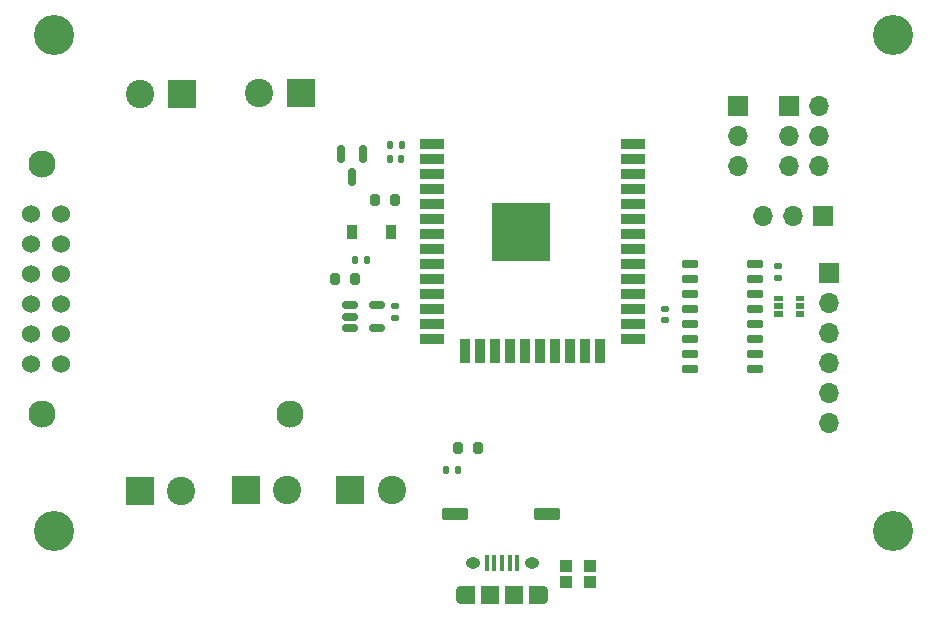
<source format=gbr>
%TF.GenerationSoftware,KiCad,Pcbnew,(6.0.0-0)*%
%TF.CreationDate,2022-09-02T10:43:54-04:00*%
%TF.ProjectId,Dome_Controller,446f6d65-5f43-46f6-9e74-726f6c6c6572,rev?*%
%TF.SameCoordinates,Original*%
%TF.FileFunction,Soldermask,Top*%
%TF.FilePolarity,Negative*%
%FSLAX46Y46*%
G04 Gerber Fmt 4.6, Leading zero omitted, Abs format (unit mm)*
G04 Created by KiCad (PCBNEW (6.0.0-0)) date 2022-09-02 10:43:54*
%MOMM*%
%LPD*%
G01*
G04 APERTURE LIST*
G04 Aperture macros list*
%AMRoundRect*
0 Rectangle with rounded corners*
0 $1 Rounding radius*
0 $2 $3 $4 $5 $6 $7 $8 $9 X,Y pos of 4 corners*
0 Add a 4 corners polygon primitive as box body*
4,1,4,$2,$3,$4,$5,$6,$7,$8,$9,$2,$3,0*
0 Add four circle primitives for the rounded corners*
1,1,$1+$1,$2,$3*
1,1,$1+$1,$4,$5*
1,1,$1+$1,$6,$7*
1,1,$1+$1,$8,$9*
0 Add four rect primitives between the rounded corners*
20,1,$1+$1,$2,$3,$4,$5,0*
20,1,$1+$1,$4,$5,$6,$7,0*
20,1,$1+$1,$6,$7,$8,$9,0*
20,1,$1+$1,$8,$9,$2,$3,0*%
G04 Aperture macros list end*
%ADD10C,0.010000*%
%ADD11RoundRect,0.100000X1.000000X0.400000X-1.000000X0.400000X-1.000000X-0.400000X1.000000X-0.400000X0*%
%ADD12R,2.400000X2.400000*%
%ADD13C,2.400000*%
%ADD14RoundRect,0.140000X-0.170000X0.140000X-0.170000X-0.140000X0.170000X-0.140000X0.170000X0.140000X0*%
%ADD15RoundRect,0.200000X-0.200000X-0.275000X0.200000X-0.275000X0.200000X0.275000X-0.200000X0.275000X0*%
%ADD16R,0.400000X1.350000*%
%ADD17R,1.500000X1.550000*%
%ADD18O,0.890000X1.550000*%
%ADD19O,1.250000X0.950000*%
%ADD20R,1.200000X1.550000*%
%ADD21R,2.000000X0.900000*%
%ADD22R,0.900000X2.000000*%
%ADD23R,5.000000X5.000000*%
%ADD24RoundRect,0.140000X0.140000X0.170000X-0.140000X0.170000X-0.140000X-0.170000X0.140000X-0.170000X0*%
%ADD25R,0.914400X1.219200*%
%ADD26C,3.400000*%
%ADD27R,1.000000X1.000000*%
%ADD28R,1.700000X1.700000*%
%ADD29O,1.700000X1.700000*%
%ADD30RoundRect,0.150000X-0.150000X0.587500X-0.150000X-0.587500X0.150000X-0.587500X0.150000X0.587500X0*%
%ADD31C,1.524000*%
%ADD32C,2.300000*%
%ADD33RoundRect,0.140000X-0.140000X-0.170000X0.140000X-0.170000X0.140000X0.170000X-0.140000X0.170000X0*%
%ADD34RoundRect,0.049600X-0.605400X-0.260400X0.605400X-0.260400X0.605400X0.260400X-0.605400X0.260400X0*%
%ADD35RoundRect,0.150000X-0.512500X-0.150000X0.512500X-0.150000X0.512500X0.150000X-0.512500X0.150000X0*%
%ADD36RoundRect,0.200000X0.200000X0.275000X-0.200000X0.275000X-0.200000X-0.275000X0.200000X-0.275000X0*%
G04 APERTURE END LIST*
D10*
%TO.C,U5*%
X137930000Y-83745800D02*
X138555000Y-83745800D01*
X138555000Y-83745800D02*
X138555000Y-84145800D01*
X138555000Y-84145800D02*
X137930000Y-84145800D01*
X137930000Y-84145800D02*
X137930000Y-83745800D01*
G36*
X138555000Y-84145800D02*
G01*
X137930000Y-84145800D01*
X137930000Y-83745800D01*
X138555000Y-83745800D01*
X138555000Y-84145800D01*
G37*
X138555000Y-84145800D02*
X137930000Y-84145800D01*
X137930000Y-83745800D01*
X138555000Y-83745800D01*
X138555000Y-84145800D01*
X139755000Y-84395800D02*
X140380000Y-84395800D01*
X140380000Y-84395800D02*
X140380000Y-84795800D01*
X140380000Y-84795800D02*
X139755000Y-84795800D01*
X139755000Y-84795800D02*
X139755000Y-84395800D01*
G36*
X140380000Y-84795800D02*
G01*
X139755000Y-84795800D01*
X139755000Y-84395800D01*
X140380000Y-84395800D01*
X140380000Y-84795800D01*
G37*
X140380000Y-84795800D02*
X139755000Y-84795800D01*
X139755000Y-84395800D01*
X140380000Y-84395800D01*
X140380000Y-84795800D01*
X137930000Y-84395800D02*
X138555000Y-84395800D01*
X138555000Y-84395800D02*
X138555000Y-84795800D01*
X138555000Y-84795800D02*
X137930000Y-84795800D01*
X137930000Y-84795800D02*
X137930000Y-84395800D01*
G36*
X138555000Y-84795800D02*
G01*
X137930000Y-84795800D01*
X137930000Y-84395800D01*
X138555000Y-84395800D01*
X138555000Y-84795800D01*
G37*
X138555000Y-84795800D02*
X137930000Y-84795800D01*
X137930000Y-84395800D01*
X138555000Y-84395800D01*
X138555000Y-84795800D01*
X137930000Y-83095800D02*
X138555000Y-83095800D01*
X138555000Y-83095800D02*
X138555000Y-83495800D01*
X138555000Y-83495800D02*
X137930000Y-83495800D01*
X137930000Y-83495800D02*
X137930000Y-83095800D01*
G36*
X138555000Y-83495800D02*
G01*
X137930000Y-83495800D01*
X137930000Y-83095800D01*
X138555000Y-83095800D01*
X138555000Y-83495800D01*
G37*
X138555000Y-83495800D02*
X137930000Y-83495800D01*
X137930000Y-83095800D01*
X138555000Y-83095800D01*
X138555000Y-83495800D01*
X139755000Y-83095800D02*
X140380000Y-83095800D01*
X140380000Y-83095800D02*
X140380000Y-83495800D01*
X140380000Y-83495800D02*
X139755000Y-83495800D01*
X139755000Y-83495800D02*
X139755000Y-83095800D01*
G36*
X140380000Y-83495800D02*
G01*
X139755000Y-83495800D01*
X139755000Y-83095800D01*
X140380000Y-83095800D01*
X140380000Y-83495800D01*
G37*
X140380000Y-83495800D02*
X139755000Y-83495800D01*
X139755000Y-83095800D01*
X140380000Y-83095800D01*
X140380000Y-83495800D01*
X139755000Y-83745800D02*
X140380000Y-83745800D01*
X140380000Y-83745800D02*
X140380000Y-84145800D01*
X140380000Y-84145800D02*
X139755000Y-84145800D01*
X139755000Y-84145800D02*
X139755000Y-83745800D01*
G36*
X140380000Y-84145800D02*
G01*
X139755000Y-84145800D01*
X139755000Y-83745800D01*
X140380000Y-83745800D01*
X140380000Y-84145800D01*
G37*
X140380000Y-84145800D02*
X139755000Y-84145800D01*
X139755000Y-83745800D01*
X140380000Y-83745800D01*
X140380000Y-84145800D01*
%TD*%
D11*
%TO.C,SW1*%
X118705000Y-101600000D03*
X110905000Y-101600000D03*
%TD*%
D12*
%TO.C,J5*%
X87780000Y-66000000D03*
D13*
X84280000Y-66000000D03*
%TD*%
D14*
%TO.C,C4*%
X138220000Y-80620000D03*
X138220000Y-81580000D03*
%TD*%
D12*
%TO.C,J8*%
X93190000Y-99570000D03*
D13*
X96690000Y-99570000D03*
%TD*%
D15*
%TO.C,R2*%
X104165000Y-75030000D03*
X105815000Y-75030000D03*
%TD*%
%TO.C,R3*%
X100755000Y-81700000D03*
X102405000Y-81700000D03*
%TD*%
D16*
%TO.C,J1*%
X113600000Y-105750000D03*
X114250000Y-105750000D03*
X114900000Y-105750000D03*
X115550000Y-105750000D03*
X116200000Y-105750000D03*
D17*
X115900000Y-108450000D03*
D18*
X118400000Y-108450000D03*
D19*
X117400000Y-105750000D03*
D20*
X112000000Y-108450000D03*
D19*
X112400000Y-105750000D03*
D20*
X117800000Y-108450000D03*
D17*
X113900000Y-108450000D03*
D18*
X111400000Y-108450000D03*
%TD*%
D21*
%TO.C,U1*%
X108980000Y-70245000D03*
X108980000Y-71515000D03*
X108980000Y-72785000D03*
X108980000Y-74055000D03*
X108980000Y-75325000D03*
X108980000Y-76595000D03*
X108980000Y-77865000D03*
X108980000Y-79135000D03*
X108980000Y-80405000D03*
X108980000Y-81675000D03*
X108980000Y-82945000D03*
X108980000Y-84215000D03*
X108980000Y-85485000D03*
X108980000Y-86755000D03*
D22*
X111765000Y-87755000D03*
X113035000Y-87755000D03*
X114305000Y-87755000D03*
X115575000Y-87755000D03*
X116845000Y-87755000D03*
X118115000Y-87755000D03*
X119385000Y-87755000D03*
X120655000Y-87755000D03*
X121925000Y-87755000D03*
X123195000Y-87755000D03*
D21*
X125980000Y-86755000D03*
X125980000Y-85485000D03*
X125980000Y-84215000D03*
X125980000Y-82945000D03*
X125980000Y-81675000D03*
X125980000Y-80405000D03*
X125980000Y-79135000D03*
X125980000Y-77865000D03*
X125980000Y-76595000D03*
X125980000Y-75325000D03*
X125980000Y-74055000D03*
X125980000Y-72785000D03*
X125980000Y-71515000D03*
X125980000Y-70245000D03*
D23*
X116480000Y-77745000D03*
%TD*%
D24*
%TO.C,C3*%
X106350000Y-71550000D03*
X105390000Y-71550000D03*
%TD*%
%TO.C,C5*%
X103440000Y-80110000D03*
X102480000Y-80110000D03*
%TD*%
D12*
%TO.C,J9*%
X102060000Y-99570000D03*
D13*
X105560000Y-99570000D03*
%TD*%
D24*
%TO.C,C2*%
X106390000Y-70320000D03*
X105430000Y-70320000D03*
%TD*%
D14*
%TO.C,C7*%
X105870000Y-83990000D03*
X105870000Y-84950000D03*
%TD*%
D25*
%TO.C,CR1*%
X105476800Y-77738500D03*
X102200200Y-77738500D03*
%TD*%
D26*
%TO.C,REF\u002A\u002A*%
X77000000Y-61000000D03*
%TD*%
D27*
%TO.C,L1*%
X122375000Y-107320000D03*
X122375000Y-106020000D03*
X120345000Y-106020000D03*
X120345000Y-107320000D03*
%TD*%
D28*
%TO.C,J3*%
X139210000Y-67040000D03*
D29*
X141750000Y-67040000D03*
X139210000Y-69580000D03*
X141750000Y-69580000D03*
X139210000Y-72120000D03*
X141750000Y-72120000D03*
%TD*%
D30*
%TO.C,U2*%
X103130000Y-71142500D03*
X101230000Y-71142500D03*
X102180000Y-73017500D03*
%TD*%
D26*
%TO.C,REF\u002A\u002A*%
X77000000Y-103000000D03*
%TD*%
D28*
%TO.C,J2*%
X142610000Y-81150000D03*
D29*
X142610000Y-83690000D03*
X142610000Y-86230000D03*
X142610000Y-88770000D03*
X142610000Y-91310000D03*
X142610000Y-93850000D03*
%TD*%
D14*
%TO.C,C6*%
X128680000Y-84190000D03*
X128680000Y-85150000D03*
%TD*%
D26*
%TO.C,REF\u002A\u002A*%
X148000000Y-103000000D03*
%TD*%
D28*
%TO.C,J4*%
X142050000Y-76320000D03*
D29*
X139510000Y-76320000D03*
X136970000Y-76320000D03*
%TD*%
D26*
%TO.C,REF\u002A\u002A*%
X148000000Y-61000000D03*
%TD*%
D28*
%TO.C,J10*%
X134870000Y-67020000D03*
D29*
X134870000Y-69560000D03*
X134870000Y-72100000D03*
%TD*%
D12*
%TO.C,J7*%
X84230000Y-99650000D03*
D13*
X87730000Y-99650000D03*
%TD*%
D31*
%TO.C,U6*%
X75035000Y-76185000D03*
X75035000Y-78725000D03*
X75035000Y-81265000D03*
X75035000Y-83805000D03*
X75035000Y-86345000D03*
X75035000Y-88885000D03*
X77575000Y-88885000D03*
X77575000Y-86345000D03*
X77575000Y-83805000D03*
X77575000Y-81265000D03*
X77575000Y-78725000D03*
X77575000Y-76185000D03*
D32*
X75965000Y-71935000D03*
X75965000Y-93135000D03*
X96965000Y-93135000D03*
%TD*%
D33*
%TO.C,C1*%
X110180000Y-97890000D03*
X111140000Y-97890000D03*
%TD*%
D34*
%TO.C,U4*%
X130845000Y-80395000D03*
X130845000Y-81665000D03*
X130845000Y-82935000D03*
X130845000Y-84205000D03*
X130845000Y-85475000D03*
X130845000Y-86745000D03*
X130845000Y-88015000D03*
X130845000Y-89285000D03*
X136345000Y-89285000D03*
X136345000Y-88015000D03*
X136345000Y-86745000D03*
X136345000Y-85475000D03*
X136345000Y-84205000D03*
X136345000Y-82935000D03*
X136345000Y-81665000D03*
X136345000Y-80395000D03*
%TD*%
D12*
%TO.C,J6*%
X97850000Y-65930000D03*
D13*
X94350000Y-65930000D03*
%TD*%
D35*
%TO.C,U3*%
X102032500Y-83920000D03*
X102032500Y-84870000D03*
X102032500Y-85820000D03*
X104307500Y-85820000D03*
X104307500Y-83920000D03*
%TD*%
D36*
%TO.C,R1*%
X112855000Y-96010000D03*
X111205000Y-96010000D03*
%TD*%
M02*

</source>
